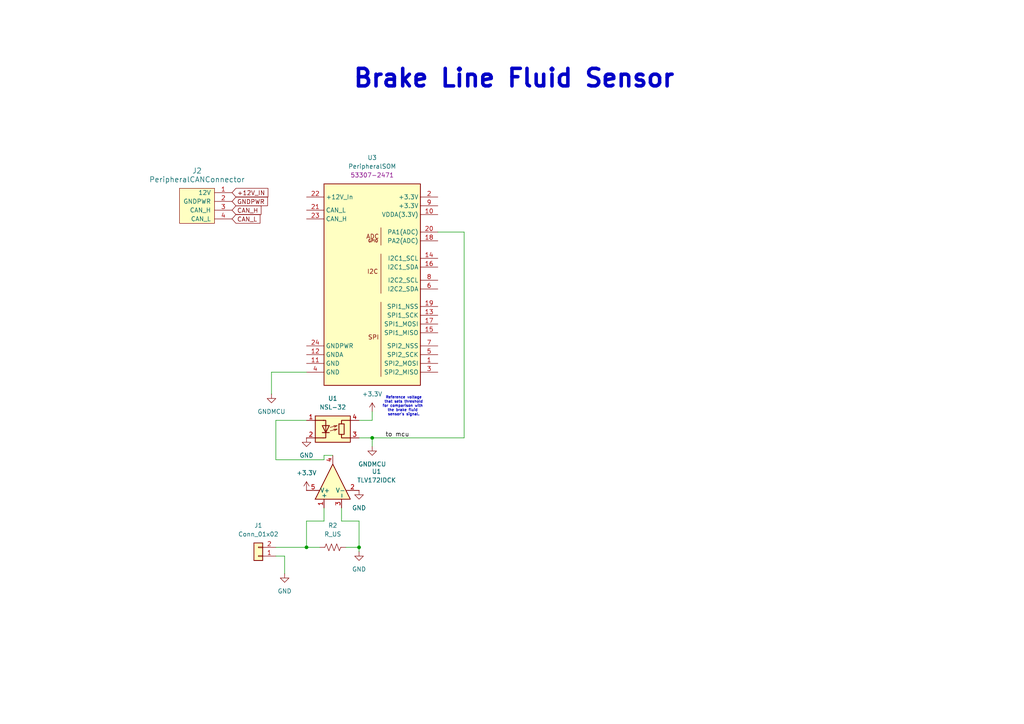
<source format=kicad_sch>
(kicad_sch (version 20231120) (generator "eeschema") (generator_version "8.0")
  (paper "A4")
  (lib_symbols
    (symbol "Amplifier_Operational:TLV172IDCK" (pin_names (offset 0.127))
      (property "Reference" "U" (at 7.62 2.54 0))
      (property "Value" "TLV172IDCK" (at 11.43 -2.54 0))
      (symbol "TLV172IDCK_0_1"
        (polyline (pts (xy -2.54 5.08) (xy -2.54 -5.08) (xy 7.62 0) (xy -2.54 5.08)) (stroke (width 0.254)) (fill (type background)))
      )
      (symbol "TLV172IDCK_1_1"
        (pin input line (at -5.08 2.54 0) (length 2.54) (name "+") (number "1"))
        (pin power_in line (at 0 -7.62 90) (length 3.81) (name "V-") (number "2"))
        (pin input line (at -5.08 -2.54 0) (length 2.54) (name "-") (number "3"))
        (pin output line (at 10.16 0 180) (length 2.54) (name "~") (number "4"))
        (pin power_in line (at 0 7.62 270) (length 3.81) (name "V+") (number "5"))
      )
    )
    (symbol "Connector_Generic:Conn_01x02" (pin_names (offset 1.016) hide)
      (property "Reference" "J" (at 0 2.54 0))
      (property "Value" "Conn_01x02" (at 0 -5.08 0))
      (symbol "Conn_01x02_1_1"
        (rectangle (start -1.27 -2.413) (end 0 -2.667) (stroke (width 0.1524)))
        (rectangle (start -1.27 0.127) (end 0 -0.127) (stroke (width 0.1524)))
        (rectangle (start -1.27 1.27) (end 1.27 -3.81) (stroke (width 0.254)) (fill (type background)))
        (pin passive line (at -5.08 0 0) (length 3.81) (name "Pin_1") (number "1"))
        (pin passive line (at -5.08 -2.54 0) (length 3.81) (name "Pin_2") (number "2"))
      )
    )
    (symbol "Device:R_US" (pin_numbers hide) (pin_names (offset 0))
      (property "Reference" "R" (at 2.54 0 90))
      (property "Value" "R_US" (at -2.54 0 90))
      (symbol "R_US_0_1"
        (polyline (pts (xy 0 -2.286) (xy 0 -2.54)))
        (polyline (pts (xy 0 2.286) (xy 0 2.54)))
        (polyline (pts (xy 0 -0.762) (xy 1.016 -1.143) (xy 0 -1.524) (xy -1.016 -1.905) (xy 0 -2.286)))
        (polyline (pts (xy 0 0.762) (xy 1.016 0.381) (xy 0 0) (xy -1.016 -0.381) (xy 0 -0.762)))
        (polyline (pts (xy 0 2.286) (xy 1.016 1.905) (xy 0 1.524) (xy -1.016 1.143) (xy 0 0.762)))
      )
      (symbol "R_US_1_1"
        (pin passive line (at 0 3.81 270) (length 1.27) (name "~") (number "1"))
        (pin passive line (at 0 -3.81 90) (length 1.27) (name "~") (number "2"))
      )
    )
    (symbol "Isolator:NSL-32" (pin_names (offset 0.762) hide)
      (property "Reference" "U" (at 0 5.08 0))
      (property "Value" "NSL-32" (at 0 -5.08 0))
      (symbol "NSL-32_0_1"
        (rectangle (start -5.08 3.81) (end 5.08 -3.81) (stroke (width 0.254)) (fill (type background)))
        (polyline (pts (xy -5.08 2.54) (xy -2.54 2.54)) (stroke (width 0.254)))
        (polyline (pts (xy -2.794 -2.54) (xy -5.08 -2.54)) (stroke (width 0.254)))
        (polyline (pts (xy -1.016 -1.016) (xy -3.048 -1.016) (xy -3.048 -1.016)) (stroke (width 0.254)))
        (polyline (pts (xy -0.762 -0.508) (xy 1.27 0) (xy 1.27 0)))
        (polyline (pts (xy -0.762 0.508) (xy 1.27 1.016) (xy 1.27 1.016)))
        (polyline (pts (xy 2.54 -1.524) (xy 2.54 -2.54) (xy 5.08 -2.54)) (stroke (width 0.254)))
        (polyline (pts (xy 2.54 1.524) (xy 2.54 2.54) (xy 5.08 2.54)) (stroke (width 0.254)))
        (polyline (pts (xy -2.794 -2.54) (xy -2.032 -2.54) (xy -2.032 2.54) (xy -2.794 2.54)) (stroke (width 0.254)))
        (polyline (pts (xy 0.254 0) (xy 1.27 0) (xy 0.508 -0.508) (xy 0.508 -0.508)))
        (polyline (pts (xy 0.254 1.016) (xy 1.27 1.016) (xy 0.508 0.508) (xy 0.508 0.508)))
        (polyline (pts (xy -1.016 1.016) (xy -3.048 1.016) (xy -2.032 -1.016) (xy -1.016 1.016) (xy -1.016 1.016) (xy -1.016 1.016)) (stroke (width 0.254)))
        (rectangle (start 1.778 1.524) (end 3.302 -1.524) (stroke (width 0.254)))
      )
      (symbol "NSL-32_1_1"
        (pin passive line (at -7.62 2.54 0) (length 2.54) (name "A") (number "1"))
        (pin passive line (at -7.62 -2.54 0) (length 2.54) (name "K") (number "2"))
        (pin passive line (at 7.62 -2.54 180) (length 2.54) (name "R") (number "3"))
        (pin passive line (at 7.62 2.54 180) (length 2.54) (name "R") (number "4"))
      )
    )
    (symbol "power:+3.3V" (power) (pin_numbers hide) (pin_names (offset 0) hide)
      (property "Value" "+3.3V" (at 0 3.556 0))
      (symbol "+3.3V_0_1"
        (polyline (pts (xy -0.762 1.27) (xy 0 2.54)))
        (polyline (pts (xy 0 0) (xy 0 2.54)))
        (polyline (pts (xy 0 2.54) (xy 0.762 1.27)))
      )
      (symbol "+3.3V_1_1"
        (pin power_in line (at 0 0 90) (length 0) (name "~") (number "1"))
      )
    )
    (symbol "power:+5V" (power) (pin_numbers hide) (pin_names (offset 0) hide)
      (property "Value" "+5V" (at 0 3.556 0))
      (symbol "+5V_0_1"
        (polyline (pts (xy -0.762 1.27) (xy 0 2.54)))
        (polyline (pts (xy 0 0) (xy 0 2.54)))
        (polyline (pts (xy 0 2.54) (xy 0.762 1.27)))
      )
      (symbol "+5V_1_1"
        (pin power_in line (at 0 0 90) (length 0) (name "~") (number "1"))
      )
    )
    (symbol "power:GND" (power) (pin_numbers hide) (pin_names (offset 0) hide)
      (property "Value" "GND" (at 0 -3.81 0))
      (symbol "GND_0_1"
        (polyline (pts (xy 0 0) (xy 0 -1.27) (xy 1.27 -1.27) (xy 0 -2.54) (xy -1.27 -1.27) (xy 0 -1.27)))
      )
      (symbol "GND_1_1"
        (pin power_in line (at 0 0 270) (length 0) (name "~") (number "1"))
      )
    )
    (symbol "utsvt-connectors:PeripheralCANConnector" (pin_names (offset 1.016))
      (property "Reference" "J" (at 1.27 -6.35 0))
      (property "Value" "PeripheralCANConnector" (at 0 6.35 0))
      (symbol "PeripheralCANConnector_0_1"
        (rectangle (start -5.08 5.08) (end 5.08 -5.08) (fill (type background)))
      )
      (symbol "PeripheralCANConnector_1_1"
        (pin power_in line (at 10.16 3.81 180) (length 5.08) (name "12V") (number "1"))
        (pin power_in line (at 10.16 1.27 180) (length 5.08) (name "GNDPWR") (number "2"))
        (pin bidirectional line (at 10.16 -1.27 180) (length 5.08) (name "CAN_H") (number "3"))
        (pin bidirectional line (at 10.16 -3.81 180) (length 5.08) (name "CAN_L") (number "4"))
      )
    )
    (symbol "utsvt-misc:PeripheralSOM"
      (property "Reference" "U" (at -13.716 30.48 0))
      (property "Value" "PeripheralSOM" (at 7.112 30.48 0))
      (property "P/N" "53307-2471" (at 0 0 0))
      (symbol "PeripheralSOM_1_1"
        (rectangle (start -13.97 29.21) (end 13.97 -29.21) (stroke (width 0.254)) (fill (type background)))
        (polyline (pts (xy 2.54 -5.08) (xy 2.54 -26.67)))
        (polyline (pts (xy 2.54 8.89) (xy 2.54 -2.54)))
        (polyline (pts (xy 2.54 16.51) (xy 2.54 11.43)))
        (text "ADC" (at 2.032 13.97 0) (effects (font (size 1.27 1.27)) (justify right)))
        (text "GPIO" (at 1.778 12.7 0) (effects (font (size 0.8 0.8)) (justify right)))
        (text "I2C" (at 1.778 3.81 0) (effects (font (size 1.27 1.27)) (justify right)))
        (text "SPI" (at 2.032 -15.24 0) (effects (font (size 1.27 1.27)) (justify right)))
        (pin passive line (at 19.05 -22.86 180) (length 5.08) (name "SPI2_MOSI") (number "1"))
        (pin passive line (at 19.05 20.32 180) (length 5.08) (name "VDDA(3.3V)") (number "10"))
        (pin output line (at -19.05 -22.86 0) (length 5.08) (name "GND") (number "11"))
        (pin output line (at -19.05 -20.32 0) (length 5.08) (name "GNDA") (number "12"))
        (pin passive line (at 19.05 -8.89 180) (length 5.08) (name "SPI1_SCK") (number "13"))
        (pin passive line (at 19.05 7.62 180) (length 5.08) (name "I2C1_SCL") (number "14"))
        (pin passive line (at 19.05 -13.97 180) (length 5.08) (name "SPI1_MISO") (number "15"))
        (pin passive line (at 19.05 5.08 180) (length 5.08) (name "I2C1_SDA") (number "16"))
        (pin passive line (at 19.05 -11.43 180) (length 5.08) (name "SPI1_MOSI") (number "17"))
        (pin passive line (at 19.05 12.7 180) (length 5.08) (name "PA2(ADC)") (number "18"))
        (pin passive line (at 19.05 -6.35 180) (length 5.08) (name "SPI1_NSS") (number "19"))
        (pin passive line (at 19.05 25.4 180) (length 5.08) (name "+3.3V") (number "2"))
        (pin passive line (at 19.05 15.24 180) (length 5.08) (name "PA1(ADC)") (number "20"))
        (pin passive line (at -19.05 21.59 0) (length 5.08) (name "CAN_L") (number "21"))
        (pin input line (at -19.05 25.4 0) (length 5.08) (name "+12V_In") (number "22"))
        (pin passive line (at -19.05 19.05 0) (length 5.08) (name "CAN_H") (number "23"))
        (pin passive line (at -19.05 -17.78 0) (length 5.08) (name "GNDPWR") (number "24"))
        (pin passive line (at 19.05 -25.4 180) (length 5.08) (name "SPI2_MISO") (number "3"))
        (pin output line (at -19.05 -25.4 0) (length 5.08) (name "GND") (number "4"))
        (pin passive line (at 19.05 -20.32 180) (length 5.08) (name "SPI2_SCK") (number "5"))
        (pin passive line (at 19.05 -1.27 180) (length 5.08) (name "I2C2_SDA") (number "6"))
        (pin passive line (at 19.05 -17.78 180) (length 5.08) (name "SPI2_NSS") (number "7"))
        (pin passive line (at 19.05 1.27 180) (length 5.08) (name "I2C2_SCL") (number "8"))
        (pin output line (at 19.05 22.86 180) (length 5.08) (name "+3.3V") (number "9"))
      )
    )
  )
  (junction (at 104.14 158.75))
  (junction (at 107.95 127))
  (junction (at 88.9 158.75))
  (wire (pts (xy 93.98 133.35) (xy 80.01 133.35)))
  (wire (pts (xy 88.9 158.75) (xy 92.71 158.75)))
  (wire (pts (xy 82.55 161.29) (xy 82.55 166.37)))
  (wire (pts (xy 93.98 132.08) (xy 96.52 132.08)))
  (wire (pts (xy 80.01 121.92) (xy 88.9 121.92)))
  (wire (pts (xy 134.62 67.31) (xy 134.62 127)))
  (wire (pts (xy 99.06 147.32) (xy 99.06 151.13)))
  (wire (pts (xy 107.95 127) (xy 107.95 129.54)))
  (wire (pts (xy 93.98 133.35) (xy 93.98 132.08)))
  (wire (pts (xy 88.9 151.13) (xy 88.9 158.75)))
  (wire (pts (xy 93.98 151.13) (xy 88.9 151.13)))
  (wire (pts (xy 107.95 127) (xy 134.62 127)))
  (wire (pts (xy 107.95 119.38) (xy 107.95 121.92)))
  (wire (pts (xy 80.01 133.35) (xy 80.01 121.92)))
  (wire (pts (xy 104.14 158.75) (xy 104.14 160.02)))
  (wire (pts (xy 99.06 151.13) (xy 104.14 151.13)))
  (wire (pts (xy 82.55 161.29) (xy 80.01 161.29)))
  (wire (pts (xy 80.01 158.75) (xy 88.9 158.75)))
  (wire (pts (xy 104.14 158.75) (xy 100.33 158.75)))
  (wire (pts (xy 127 67.31) (xy 134.62 67.31)))
  (wire (pts (xy 88.9 107.95) (xy 78.74 107.95)))
  (wire (pts (xy 104.14 127) (xy 107.95 127)))
  (wire (pts (xy 107.95 121.92) (xy 104.14 121.92)))
  (wire (pts (xy 104.14 151.13) (xy 104.14 158.75)))
  (wire (pts (xy 93.98 147.32) (xy 93.98 151.13)))
  (wire (pts (xy 78.74 107.95) (xy 78.74 114.3)))
  (text "Reference voltage\nthat sets threshold\nfor comparison with \nthe brake fluid \nsensor's signal." (at 117.094 117.856 0) (effects (font (size 0.762 0.762))))
  (text "Brake Line Fluid Sensor\n" (at 149.098 22.86 0) (effects (font (size 5.08 5.08) (thickness 1.016) (bold yes))))
  (label "to mcu" (at 111.76 127 0))
  (global_label "+12V_IN" (shape input) (at 67.31 55.88 0) (property "Intersheetrefs" "${INTERSHEET_REFS}" (effects (hide yes))))
  (global_label "GNDPWR" (shape input) (at 67.31 58.42 0) (property "Intersheetrefs" "${INTERSHEET_REFS}" (effects (hide yes))))
  (global_label "CAN_L" (shape input) (at 67.31 63.5 0) (property "Intersheetrefs" "${INTERSHEET_REFS}" (effects (hide yes))))
  (global_label "CAN_H" (shape input) (at 67.31 60.96 0) (property "Intersheetrefs" "${INTERSHEET_REFS}" (effects (hide yes))))
  (symbol (lib_id "power:+3.3V") (at 88.9 142.24 0) (unit 1)
    (property "Reference" "#PWR04" (effects (hide yes)))
    (property "Value" "+3.3V" (at 88.9 137.16 0))
    (property "Description" "Power symbol creates a global label with name \"+3.3V\"" (effects (hide yes)))
  )
  (symbol (lib_id "power:GND") (at 82.55 166.37 0) (unit 1)
    (property "Reference" "#PWR01" (effects (hide yes)))
    (property "Value" "GND" (at 82.55 171.45 0))
    (property "Description" "Power symbol creates a global label with name \"GND\" , ground" (effects (hide yes)))
  )
  (symbol (lib_id "power:+5V") (at 107.95 119.38 0) (unit 1)
    (property "Reference" "#PWR05" (effects (hide yes)))
    (property "Value" "+3.3V" (at 107.95 114.3 0))
    (property "Description" "Power symbol creates a global label with name \"+5V\"" (effects (hide yes)))
  )
  (symbol (lib_id "utsvt-connectors:PeripheralCANConnector") (at 57.15 59.69 0) (unit 1)
    (property "Reference" "J2" (at 57.15 49.53 0) (effects (font (size 1.524 1.524))))
    (property "Value" "PeripheralCANConnector" (at 57.15 52.07 0) (effects (font (size 1.524 1.524))))
    (property "Footprint" "UTSVT_Connectors:Molex_MicroFit3.0_1x4xP3.00mm_PolarizingPeg_Vertical" (effects (hide yes)))
    (property "Datasheet" "https://www.mouser.com/ProductDetail/Molex/43650-0244?qs=XoD1gVtqLQuEe6RJ38AzJQ%3D%3D" (effects (hide yes)))
    (property "Description" "Connection to the car's Peripheral CAN bus." (effects (hide yes)))
    (property "P/N" "436500244" (effects (hide yes)))
  )
  (symbol (lib_id "utsvt-misc:PeripheralSOM") (at 107.95 82.55 0) (unit 1)
    (property "Reference" "U3" (at 107.95 45.72 0))
    (property "Value" "PeripheralSOM" (at 107.95 48.26 0))
    (property "Footprint" "UTSVT_Special:PeripheralSOM" (effects (hide yes)))
    (property "Datasheet" "https://tools.molex.com/pdm_docs/sd/533072071_sd.pdf" (effects (hide yes)))
    (property "P/N" "53307-2471" (at 107.95 50.8 0))
    (property "Height" "3.85" (effects (hide yes)))
  )
  (symbol (lib_id "power:GND") (at 88.9 127 0) (unit 1)
    (property "Reference" "#PWR07" (effects (hide yes)))
    (property "Value" "GND" (at 88.9 132.08 0))
    (property "Description" "Power symbol creates a global label with name \"GND\" , ground" (effects (hide yes)))
  )
  (symbol (lib_id "Device:R_US") (at 96.52 158.75 270) (unit 1)
    (property "Reference" "R2" (at 96.52 152.4 90))
    (property "Value" "R_US" (at 96.52 154.94 90))
    (property "Description" "Resistor, US symbol" (effects (hide yes)))
  )
  (symbol (lib_id "power:GND") (at 104.14 160.02 0) (unit 1)
    (property "Reference" "#PWR02" (effects (hide yes)))
    (property "Value" "GND" (at 104.14 165.1 0))
    (property "Description" "Power symbol creates a global label with name \"GND\" , ground" (effects (hide yes)))
  )
  (symbol (lib_id "Amplifier_Operational:TLV172IDCK") (at 96.52 142.24 90) (unit 1)
    (property "Reference" "U1" (at 109.22 136.7438 90))
    (property "Value" "TLV172IDCK" (at 109.22 139.2838 90))
    (property "Footprint" "Package_TO_SOT_SMD:SOT-353_SC-70-5" (effects (hide yes)))
    (property "Datasheet" "http://www.ti.com/lit/ds/symlink/tlv172.pdf" (effects (hide yes)))
    (property "Description" "Low-power Operational Amplifier, SOT-353" (effects (hide yes)))
  )
  (symbol (lib_id "power:GND") (at 104.14 142.24 0) (unit 1)
    (property "Reference" "#PWR03" (effects (hide yes)))
    (property "Value" "GND" (at 104.14 147.32 0))
    (property "Description" "Power symbol creates a global label with name \"GND\" , ground" (effects (hide yes)))
  )
  (symbol (lib_id "power:GND") (at 107.95 129.54 0) (unit 1)
    (property "Reference" "#PWR06" (effects (hide yes)))
    (property "Value" "GNDMCU" (at 107.95 134.62 0))
    (property "Description" "Power symbol creates a global label with name \"GND\" , ground" (effects (hide yes)))
  )
  (symbol (lib_id "Connector_Generic:Conn_01x02") (at 74.93 161.29 180) (unit 1)
    (property "Reference" "J1" (at 74.93 152.4 0))
    (property "Value" "Conn_01x02" (at 74.93 154.94 0))
    (property "Description" "Generic connector, single row, 01x02, script generated (kicad-library-utils/schlib/autogen/connector/)" (effects (hide yes)))
  )
  (symbol (lib_id "power:GND") (at 78.74 114.3 0) (unit 1)
    (property "Reference" "#PWR08" (effects (hide yes)))
    (property "Value" "GNDMCU" (at 78.74 119.38 0))
    (property "Description" "Power symbol creates a global label with name \"GND\" , ground" (effects (hide yes)))
  )
  (symbol (lib_id "Isolator:NSL-32") (at 96.52 124.46 0) (unit 1)
    (property "Reference" "U1" (at 96.52 115.57 0))
    (property "Value" "NSL-32" (at 96.52 118.11 0))
    (property "Footprint" "OptoDevice:Luna_NSL-32" (effects (hide yes)))
    (property "Datasheet" "http://lunainc.com/wp-content/uploads/2016/06/NSL-32.pdf" (effects (hide yes)))
    (property "Description" "Optocoupler, LED Input, Photocell Output" (effects (hide yes)))
  )
)
</source>
